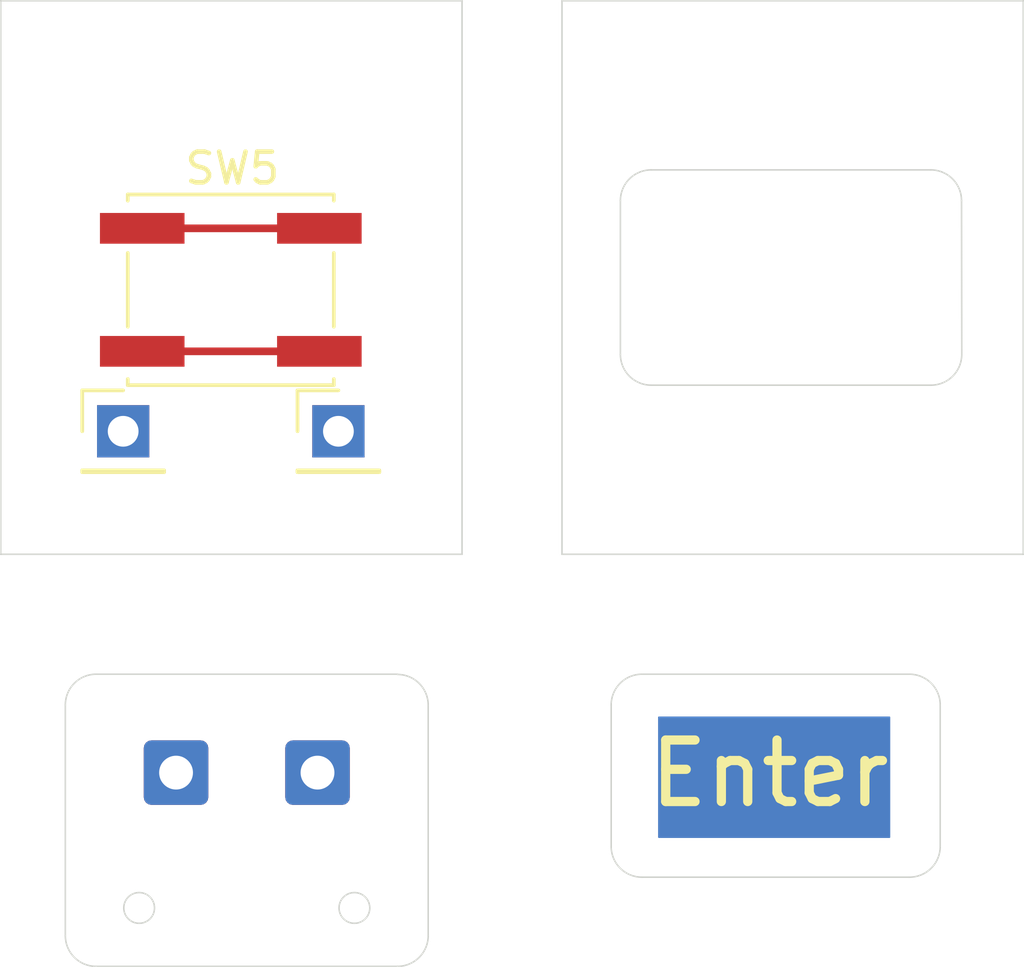
<source format=kicad_pcb>
(kicad_pcb (version 20221018) (generator pcbnew)
  (title_block (comment 4 "AISLER Project ID: HNLQYLIR"))
  (layers (0 "F.Cu" signal) (31 "B.Cu" signal) (34 "B.Paste" user) (35 "F.Paste" user) (36 "B.SilkS" user "B.Silkscreen") (37 "F.SilkS" user "F.Silkscreen") (38 "B.Mask" user) (39 "F.Mask" user) (44 "Edge.Cuts" user))
  (net 0 "")
  (net 1 "/kh1")
  (net 2 "/kv5")
  (footprint "PinHeader_1x01_P2.54mm_Vertical" (layer "F.Cu") (at 90.595 70.64)
    (fp_text reference "P5a" hide)
    (fp_text value "")
    (fp_line (start -1.33 -1.33) (end 0 -1.33) (stroke (width 0.12)) (layer "F.SilkS"))
    (fp_line (start -1.33 0) (end -1.33 -1.33) (stroke (width 0.12)) (layer "F.SilkS"))
    (fp_line (start -1.33 1.27) (end -1.33 1.33) (stroke (width 0.12)) (layer "F.SilkS"))
    (fp_line (start -1.33 1.27) (end 1.33 1.27) (stroke (width 0.12)) (layer "F.SilkS"))
    (fp_line (start -1.33 1.33) (end 1.33 1.33) (stroke (width 0.12)) (layer "F.SilkS"))
    (fp_line (start 1.33 1.27) (end 1.33 1.33) (stroke (width 0.12)) (layer "F.SilkS"))
    (pad "1" thru_hole rect (at 0 0) (size 1.7 1.7) (drill 1) (layers "*.Cu" "*.Mask"))
  )
  (footprint "OpenRPNCalc:SW_SPST_EVQQ2" (layer "F.Cu") (at 94.095 66.04)
    (fp_text reference "SW5" (at 0.05 -3.95) (layer "F.SilkS"))
    (fp_text value "\"Enter\"")
    (fp_line (start -3.35 -3.1) (end -3.35 -2.9) (stroke (width 0.12)) (layer "F.SilkS"))
    (fp_line (start -3.35 -1.2) (end -3.35 1.2) (stroke (width 0.12)) (layer "F.SilkS"))
    (fp_line (start -3.35 3.1) (end -3.35 2.9) (stroke (width 0.12)) (layer "F.SilkS"))
    (fp_line (start -3.35 3.1) (end 3.35 3.1) (stroke (width 0.12)) (layer "F.SilkS"))
    (fp_line (start 3.35 -3.1) (end -3.35 -3.1) (stroke (width 0.12)) (layer "F.SilkS"))
    (fp_line (start 3.35 -3.1) (end 3.35 -2.9) (stroke (width 0.12)) (layer "F.SilkS"))
    (fp_line (start 3.35 -1.2) (end 3.35 1.2) (stroke (width 0.12)) (layer "F.SilkS"))
    (fp_line (start 3.35 3.1) (end 3.35 2.9) (stroke (width 0.12)) (layer "F.SilkS"))
    (pad "1" smd rect (at -2.88 -2) (size 2.75 1) (layers "F.Cu" "F.Paste" "F.Mask") (net 2 "/kv5"))
    (pad "1" smd rect (at 2.88 -2) (size 2.75 1) (layers "F.Cu" "F.Paste" "F.Mask") (net 2 "/kv5"))
    (pad "2" smd rect (at -2.88 2) (size 2.75 1) (layers "F.Cu" "F.Paste" "F.Mask") (net 1 "/kh1"))
    (pad "2" smd rect (at 2.88 2) (size 2.75 1) (layers "F.Cu" "F.Paste" "F.Mask") (net 1 "/kh1"))
  )
  (footprint "SolderWire-0.5sqmm_1x01_D0.9mm_OD2.1mm" (layer "F.Cu") (at 96.915 81.74)
    (fp_text reference "P5b" hide)
    (fp_text value "")
    (pad "1" thru_hole roundrect (at 0 0) (size 2.1 2.1) (drill 1.1) (layers "*.Cu" "*.Mask") (roundrect_rratio 0.1190480952))
  )
  (footprint "PinHeader_1x01_P2.54mm_Vertical" (layer "F.Cu") (at 97.595 70.64)
    (fp_text reference "P5b" hide)
    (fp_text value "")
    (fp_line (start -1.33 -1.33) (end 0 -1.33) (stroke (width 0.12)) (layer "F.SilkS"))
    (fp_line (start -1.33 0) (end -1.33 -1.33) (stroke (width 0.12)) (layer "F.SilkS"))
    (fp_line (start -1.33 1.27) (end -1.33 1.33) (stroke (width 0.12)) (layer "F.SilkS"))
    (fp_line (start -1.33 1.27) (end 1.33 1.27) (stroke (width 0.12)) (layer "F.SilkS"))
    (fp_line (start -1.33 1.33) (end 1.33 1.33) (stroke (width 0.12)) (layer "F.SilkS"))
    (fp_line (start 1.33 1.27) (end 1.33 1.33) (stroke (width 0.12)) (layer "F.SilkS"))
    (pad "1" thru_hole rect (at 0 0) (size 1.7 1.7) (drill 1) (layers "*.Cu" "*.Mask"))
  )
  (footprint "SolderWire-0.5sqmm_1x01_D0.9mm_OD2.1mm" (layer "F.Cu") (at 92.315 81.74)
    (fp_text reference "P5a" hide)
    (fp_text value "")
    (pad "1" thru_hole roundrect (at 0 0) (size 2.1 2.1) (drill 1.1) (layers "*.Cu" "*.Mask") (roundrect_rratio 0.1190480952))
  )
  (gr_rect (start 108.015 79.94) (end 115.515 83.84) (stroke (width 0.05)) (fill solid) (layer "B.Cu"))
  (gr_line (start 106.765 63.14) (end 106.765 68.14) (stroke (width 0.05)) (layer "Edge.Cuts"))
  (gr_arc (start 116.164986 78.540012) (mid 116.872098 78.832901) (end 117.164986 79.540012) (stroke (width 0.05)) (layer "Edge.Cuts"))
  (gr_line (start 101.615 56.64) (end 101.615 74.64) (stroke (width 0.05)) (layer "Edge.Cuts"))
  (gr_line (start 107.465 78.54) (end 116.165 78.54) (stroke (width 0.05)) (layer "Edge.Cuts"))
  (gr_line (start 106.464993 79.539994) (end 106.465 84.14) (stroke (width 0.05)) (layer "Edge.Cuts"))
  (gr_arc (start 116.857893 62.14) (mid 117.565004 62.432891) (end 117.857893 63.14) (stroke (width 0.05)) (layer "Edge.Cuts"))
  (gr_line (start 119.865 56.64) (end 119.865 74.64) (stroke (width 0.05)) (layer "Edge.Cuts"))
  (gr_arc (start 107.464993 85.140016) (mid 106.757891 84.847118) (end 106.464993 84.140016) (stroke (width 0.05)) (layer "Edge.Cuts"))
  (gr_line (start 101.615 74.64) (end 86.615 74.64) (stroke (width 0.05)) (layer "Edge.Cuts"))
  (gr_line (start 89.715 78.54) (end 99.515 78.54) (stroke (width 0.05)) (layer "Edge.Cuts"))
  (gr_arc (start 106.464993 79.539994) (mid 106.757888 78.832889) (end 107.464993 78.539994) (stroke (width 0.05)) (layer "Edge.Cuts"))
  (gr_line (start 86.615 74.64) (end 86.615 56.64) (stroke (width 0.05)) (layer "Edge.Cuts"))
  (gr_line (start 86.615 56.64) (end 101.615 56.64) (stroke (width 0.05)) (layer "Edge.Cuts"))
  (gr_arc (start 100.514993 87.039993) (mid 100.222102 87.747102) (end 99.514993 88.039993) (stroke (width 0.05)) (layer "Edge.Cuts"))
  (gr_line (start 117.164986 79.540012) (end 117.165 84.14) (stroke (width 0.05)) (layer "Edge.Cuts"))
  (gr_line (start 116.164993 85.139993) (end 107.464993 85.140016) (stroke (width 0.05)) (layer "Edge.Cuts"))
  (gr_line (start 104.865 56.64) (end 119.865 56.64) (stroke (width 0.05)) (layer "Edge.Cuts"))
  (gr_arc (start 88.714993 79.539993) (mid 89.007888 78.832888) (end 89.714993 78.539993) (stroke (width 0.05)) (layer "Edge.Cuts"))
  (gr_line (start 119.865 74.64) (end 104.865 74.64) (stroke (width 0.05)) (layer "Edge.Cuts"))
  (gr_arc (start 107.765 69.14) (mid 107.057893 68.847107) (end 106.765 68.14) (stroke (width 0.05)) (layer "Edge.Cuts"))
  (gr_arc (start 117.164993 84.139993) (mid 116.872102 84.847102) (end 116.164993 85.139993) (stroke (width 0.05)) (layer "Edge.Cuts"))
  (gr_arc (start 106.765 63.14) (mid 107.057893 62.432893) (end 107.765 62.14) (stroke (width 0.05)) (layer "Edge.Cuts"))
  (gr_line (start 104.865 74.64) (end 104.865 56.64) (stroke (width 0.05)) (layer "Edge.Cuts"))
  (gr_circle (center 91.115 86.14) (end 91.615 86.14) (stroke (width 0.05)) (fill none) (layer "Edge.Cuts"))
  (gr_line (start 107.765 62.14) (end 116.865 62.14) (stroke (width 0.05)) (layer "Edge.Cuts"))
  (gr_line (start 88.714993 79.539993) (end 88.714993 87.04) (stroke (width 0.05)) (layer "Edge.Cuts"))
  (gr_arc (start 117.865 68.14) (mid 117.572107 68.847107) (end 116.865 69.14) (stroke (width 0.05)) (layer "Edge.Cuts"))
  (gr_arc (start 89.714993 88.039993) (mid 89.007893 87.747097) (end 88.714993 87.039993) (stroke (width 0.05)) (layer "Edge.Cuts"))
  (gr_line (start 99.515 88.04) (end 89.715 88.04) (stroke (width 0.05)) (layer "Edge.Cuts"))
  (gr_line (start 116.865 69.14) (end 107.765 69.14) (stroke (width 0.05)) (layer "Edge.Cuts"))
  (gr_line (start 100.514986 79.547112) (end 100.514986 87.047105) (stroke (width 0.05)) (layer "Edge.Cuts"))
  (gr_arc (start 99.514986 78.547112) (mid 100.222098 78.840001) (end 100.514986 79.547112) (stroke (width 0.05)) (layer "Edge.Cuts"))
  (gr_line (start 117.857893 63.14) (end 117.865 68.14) (stroke (width 0.05)) (layer "Edge.Cuts"))
  (gr_circle (center 98.115 86.14) (end 98.615 86.14) (stroke (width 0.05)) (fill none) (layer "Edge.Cuts"))
  (gr_text "Enter" (at 107.565 82.94) (layer "F.SilkS") (effects (font (size 2 2) (thickness 0.3)) (justify left bottom)))
  (segment (start 96.975 68.04) (end 91.215 68.04) (width 0.25) (layer "F.Cu") (net 1))
  (segment (start 91.815 64.04) (end 97.575 64.04) (width 0.25) (layer "F.Cu") (net 2))
)
</source>
